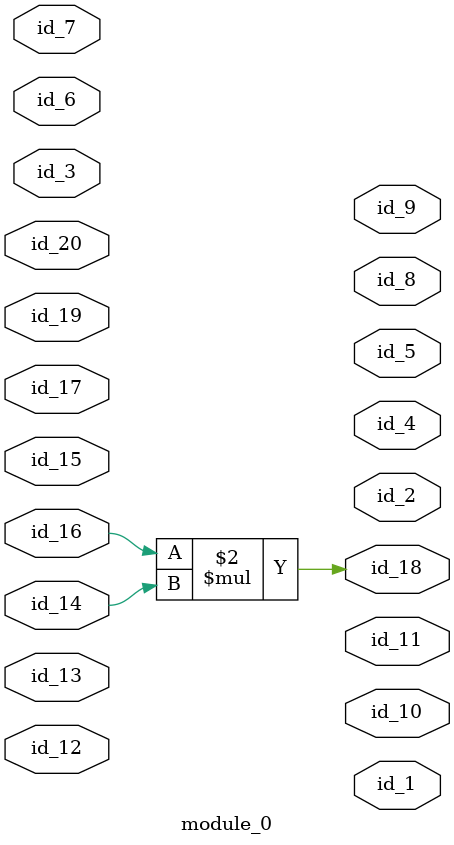
<source format=v>
`timescale 1 ps / 1ps
module module_0 (
    id_1,
    id_2,
    id_3,
    id_4,
    id_5,
    id_6,
    id_7,
    id_8,
    id_9,
    id_10,
    id_11,
    id_12,
    id_13,
    id_14,
    id_15,
    id_16,
    id_17,
    id_18,
    id_19,
    id_20
);
  input id_20;
  inout id_19;
  output id_18;
  input id_17;
  input id_16;
  input id_15;
  input id_14;
  inout id_13;
  inout id_12;
  output id_11;
  output id_10;
  output id_9;
  output id_8;
  input id_7;
  input id_6;
  output id_5;
  output id_4;
  inout id_3;
  output id_2;
  output id_1;
  always @* id_18 = (id_16) * id_14;
endmodule

</source>
